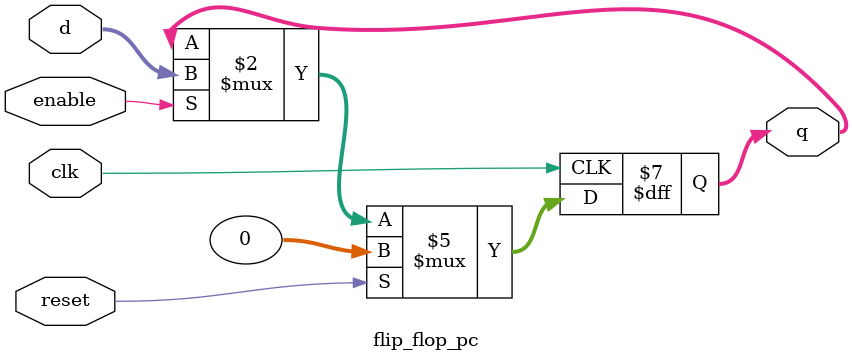
<source format=sv>
module flip_flop_pc (
    input logic clk,
    reset,
    enable,
    input logic [31:0] d,
    output logic [31:0] q
);
  always_ff @(posedge clk) begin
    if (reset) begin
      q <= 0;
    end else if (enable) begin
      q <= d;
    end
  end
endmodule

</source>
